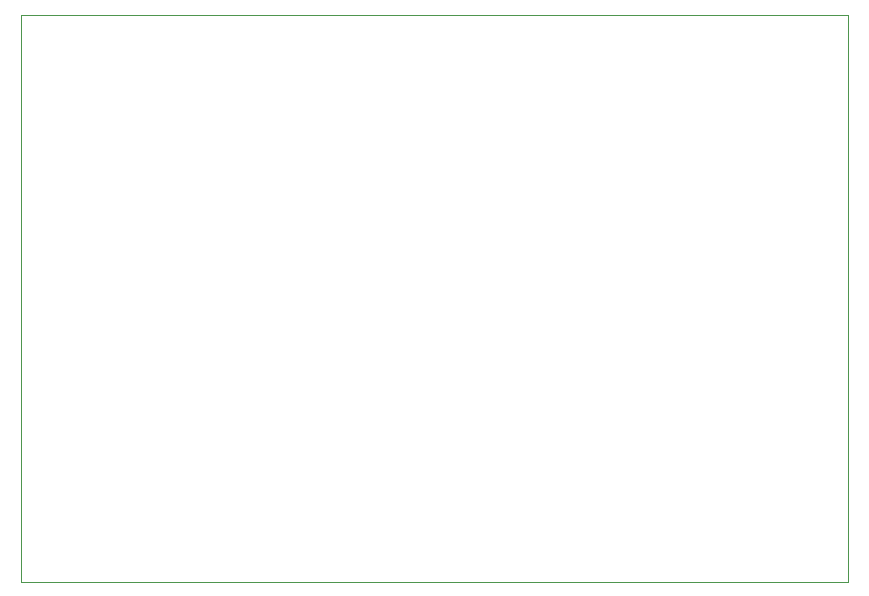
<source format=gbr>
%TF.GenerationSoftware,KiCad,Pcbnew,9.0.0*%
%TF.CreationDate,2025-05-08T12:22:07+01:00*%
%TF.ProjectId,BoxOfGilmour,426f784f-6647-4696-9c6d-6f75722e6b69,rev?*%
%TF.SameCoordinates,Original*%
%TF.FileFunction,Profile,NP*%
%FSLAX46Y46*%
G04 Gerber Fmt 4.6, Leading zero omitted, Abs format (unit mm)*
G04 Created by KiCad (PCBNEW 9.0.0) date 2025-05-08 12:22:07*
%MOMM*%
%LPD*%
G01*
G04 APERTURE LIST*
%TA.AperFunction,Profile*%
%ADD10C,0.050000*%
%TD*%
G04 APERTURE END LIST*
D10*
X92000000Y-48000000D02*
X162000000Y-48000000D01*
X162000000Y-96000000D01*
X92000000Y-96000000D01*
X92000000Y-48000000D01*
M02*

</source>
